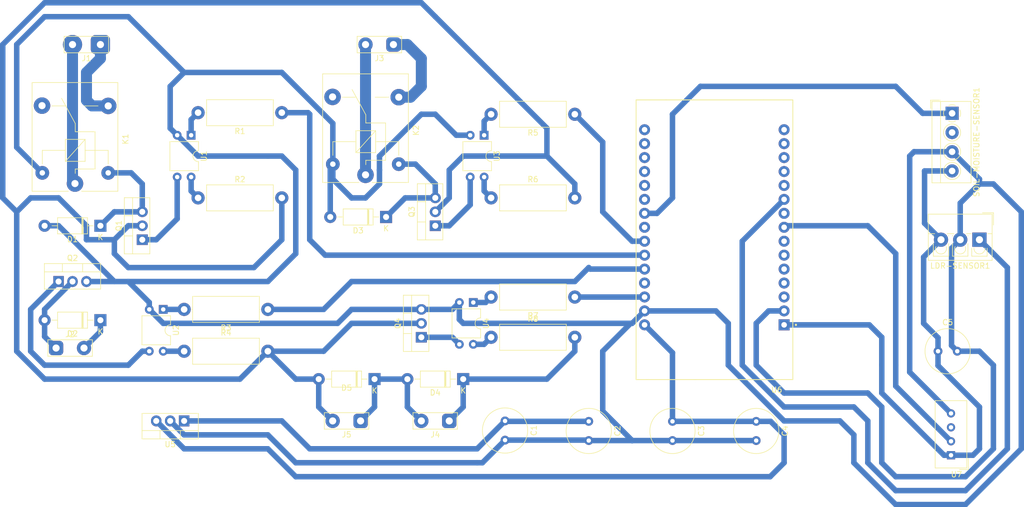
<source format=kicad_pcb>
(kicad_pcb (version 20211014) (generator pcbnew)
  (layers (0 "F.Cu" signal) (31 "B.Cu" signal) (34 "B.Paste" user) (35 "F.Paste" user) (36 "B.SilkS" user "B.Silkscreen") (37 "F.SilkS" user "F.Silkscreen") (38 "B.Mask" user) (39 "F.Mask" user) (44 "Edge.Cuts" user))
  (net 0 "")
  (net 1 "+12C")
  (net 2 "GND")
  (net 3 "Net-(C3-Pad1)")
  (net 4 "Net-(LDR-SENSOR1-Pad3)")
  (net 5 "Net-(D1-Pad1)")
  (net 6 "+5V")
  (net 7 "Net-(D2-Pad2)")
  (net 8 "Net-(D3-Pad1)")
  (net 9 "+12V")
  (net 10 "Net-(J1-Pad1)")
  (net 11 "Net-(J1-Pad2)")
  (net 12 "Net-(J3-Pad1)")
  (net 13 "Net-(J3-Pad2)")
  (net 16 "Net-(LDR-SENSOR1-Pad1)")
  (net 17 "Net-(Q1-Pad1)")
  (net 18 "Net-(Q2-Pad1)")
  (net 19 "Net-(Q3-Pad1)")
  (net 20 "Net-(Q4-Pad1)")
  (net 21 "Net-(R1-Pad1)")
  (net 22 "Net-(R1-Pad2)")
  (net 23 "Net-(R2-Pad1)")
  (net 24 "Net-(R3-Pad1)")
  (net 25 "Net-(R3-Pad2)")
  (net 26 "Net-(R4-Pad1)")
  (net 27 "Net-(R5-Pad1)")
  (net 28 "Net-(R5-Pad2)")
  (net 29 "Net-(R6-Pad1)")
  (net 30 "Net-(R7-Pad1)")
  (net 31 "Net-(R7-Pad2)")
  (net 32 "Net-(R8-Pad1)")
  (net 33 "Net-(SOIL-MOISTURE-SENSOR1-Pad1)")
  (net 40 "Net-(U6-Pad8)")
  (footprint "Diode_THT:D_DO-41_SOD81_P10.16mm_Horizontal" (layer "F.Cu") (at 106.68 129.54 180)
    (fp_text reference "D4" (at 5.08 -2.47) (layer "F.SilkS"))
    (fp_text value "1N4007")
    (fp_text user "K" (at 0 -2.1) (layer "F.SilkS"))
    (pad "1" thru_hole rect (at 0 0 180) (size 2.2 2.2) (drill 1.1) (layers *.Cu *.Mask) (net 9 "+12V"))
    (pad "2" thru_hole oval (at 10.16 0 180) (size 2.2 2.2) (drill 1.1) (layers *.Cu *.Mask) (net 9 "+12V"))
  )
  (footprint "Resistor_THT:R_Axial_DIN0414_L11.9mm_D4.5mm_P15.24mm_Horizontal" (layer "F.Cu") (at 58.42 96.52)
    (fp_text reference "R2" (at 7.62 -3.37) (layer "F.SilkS"))
    (fp_text value "R")
    (pad "1" thru_hole circle (at 0 0) (size 2.4 2.4) (drill 1.2) (layers *.Cu *.Mask) (net 23 "Net-(R2-Pad1)"))
    (pad "2" thru_hole oval (at 15.24 0) (size 2.4 2.4) (drill 1.2) (layers *.Cu *.Mask) (net 9 "+12V"))
  )
  (footprint "Resistor_THT:R_Axial_DIN0414_L11.9mm_D4.5mm_P15.24mm_Horizontal" (layer "F.Cu") (at 111.76 96.52)
    (fp_text reference "R6" (at 7.62 -3.37) (layer "F.SilkS"))
    (fp_text value "R")
    (pad "1" thru_hole circle (at 0 0) (size 2.4 2.4) (drill 1.2) (layers *.Cu *.Mask) (net 29 "Net-(R6-Pad1)"))
    (pad "2" thru_hole oval (at 15.24 0) (size 2.4 2.4) (drill 1.2) (layers *.Cu *.Mask) (net 9 "+12V"))
  )
  (footprint "Relay_THT:Relay_SPDT_SANYOU_SRD_Series_Form_C" (layer "F.Cu") (at 88.9 92.32 90)
    (fp_text reference "K2" (at 8.1 9.2 90) (layer "F.SilkS"))
    (fp_text value "SANYOU_SRD_Form_C")
    (pad "1" thru_hole circle (at 0 0 180) (size 3 3) (drill 1.3) (layers *.Cu *.Mask) (net 13 "Net-(J3-Pad2)"))
    (pad "2" thru_hole circle (at 1.95 6.05 180) (size 2.5 2.5) (drill 1) (layers *.Cu *.Mask) (net 8 "Net-(D3-Pad1)"))
    (pad "3" thru_hole circle (at 14.15 6.05 180) (size 3 3) (drill 1.3) (layers *.Cu *.Mask) (net 12 "Net-(J3-Pad1)"))
    (pad "4" thru_hole circle (at 14.2 -6 180) (size 3 3) (drill 1.3) (layers *.Cu *.Mask))
    (pad "5" thru_hole circle (at 1.95 -5.95 180) (size 2.5 2.5) (drill 1) (layers *.Cu *.Mask) (net 2 "GND"))
  )
  (footprint "TerminalBlock_4Ucon:TerminalBlock_4Ucon_1x04_P3.50mm_Horizontal" (layer "F.Cu") (at 195.68 81.11 -90)
    (fp_text reference "SOIL-MOISTURE-SENSOR1" (at 5.25 -4.46 90) (layer "F.SilkS"))
    (fp_text value "Conn_01x04_Female")
    (pad "1" thru_hole rect (at 0 0 270) (size 2.4 2.4) (drill 1.2) (layers *.Cu *.Mask) (net 33 "Net-(SOIL-MOISTURE-SENSOR1-Pad1)"))
    (pad "2" thru_hole circle (at 3.5 0 270) (size 2.4 2.4) (drill 1.2) (layers *.Cu *.Mask))
    (pad "3" thru_hole circle (at 7 0 270) (size 2.4 2.4) (drill 1.2) (layers *.Cu *.Mask) (net 2 "GND"))
    (pad "4" thru_hole circle (at 10.5 0 270) (size 2.4 2.4) (drill 1.2) (layers *.Cu *.Mask) (net 4 "Net-(LDR-SENSOR1-Pad3)"))
  )
  (footprint "Package_TO_SOT_THT:TO-220-3_Vertical" (layer "F.Cu") (at 33.02 111.76)
    (fp_text reference "Q2" (at 2.54 -4.27) (layer "F.SilkS"))
    (fp_text value "TIP122")
    (pad "1" thru_hole rect (at 0 0) (size 1.905 2) (drill 1.1) (layers *.Cu *.Mask) (net 18 "Net-(Q2-Pad1)"))
    (pad "2" thru_hole oval (at 2.54 0) (size 1.905 2) (drill 1.1) (layers *.Cu *.Mask) (net 7 "Net-(D2-Pad2)"))
    (pad "3" thru_hole oval (at 5.08 0) (size 1.905 2) (drill 1.1) (layers *.Cu *.Mask) (net 2 "GND"))
  )
  (footprint "Package_TO_SOT_THT:TO-220-3_Vertical" (layer "F.Cu") (at 48.26 104.14 90)
    (fp_text reference "Q1" (at 2.54 -4.27 90) (layer "F.SilkS"))
    (fp_text value "TIP122")
    (pad "1" thru_hole rect (at 0 0 90) (size 1.905 2) (drill 1.1) (layers *.Cu *.Mask) (net 17 "Net-(Q1-Pad1)"))
    (pad "2" thru_hole oval (at 2.54 0 90) (size 1.905 2) (drill 1.1) (layers *.Cu *.Mask) (net 9 "+12V"))
    (pad "3" thru_hole oval (at 5.08 0 90) (size 1.905 2) (drill 1.1) (layers *.Cu *.Mask) (net 5 "Net-(D1-Pad1)"))
  )
  (footprint "Resistor_THT:R_Axial_DIN0414_L11.9mm_D4.5mm_P15.24mm_Horizontal" (layer "F.Cu") (at 55.88 124.46)
    (fp_text reference "R4" (at 7.62 -3.37) (layer "F.SilkS"))
    (fp_text value "R")
    (pad "1" thru_hole circle (at 0 0) (size 2.4 2.4) (drill 1.2) (layers *.Cu *.Mask) (net 26 "Net-(R4-Pad1)"))
    (pad "2" thru_hole oval (at 15.24 0) (size 2.4 2.4) (drill 1.2) (layers *.Cu *.Mask) (net 9 "+12V"))
  )
  (footprint "Capacitor_THT:C_Radial_D8.0mm_H11.5mm_P3.50mm" (layer "F.Cu") (at 160.02 137.24 -90)
    (fp_text reference "C4" (at 1.75 -5.25 -90) (layer "F.SilkS"))
    (fp_text value "CP")
    (pad "1" thru_hole circle (at 0 0 270) (size 1.6 1.6) (drill 0.8) (layers *.Cu *.Mask) (net 3 "Net-(C3-Pad1)"))
    (pad "2" thru_hole circle (at 3.5 0 270) (size 1.6 1.6) (drill 0.8) (layers *.Cu *.Mask) (net 2 "GND"))
  )
  (footprint "TestPoint:TestPoint_2Pads_Pitch5.08mm_Drill1.3mm" (layer "F.Cu") (at 104.14 137.16 180)
    (fp_text reference "J4" (at 2.54 -2.5) (layer "F.SilkS"))
    (fp_text value "MOTOR-1")
    (pad "1" thru_hole roundrect (at 0 0 180) (size 2.6 2.6) (drill 1.3) (layers *.Cu *.Mask) (net 9 "+12V"))
    (pad "2" thru_hole circle (at 5.08 0 180) (size 2.6 2.6) (drill 1.3) (layers *.Cu *.Mask) (net 9 "+12V"))
  )
  (footprint "Diode_THT:D_DO-41_SOD81_P10.16mm_Horizontal" (layer "F.Cu") (at 40.64 101.6 180)
    (fp_text reference "D1" (at 5.08 -2.47) (layer "F.SilkS"))
    (fp_text value "1N4007")
    (fp_text user "K" (at 0 -2.1) (layer "F.SilkS"))
    (pad "1" thru_hole rect (at 0 0 180) (size 2.2 2.2) (drill 1.1) (layers *.Cu *.Mask) (net 5 "Net-(D1-Pad1)"))
    (pad "2" thru_hole oval (at 10.16 0 180) (size 2.2 2.2) (drill 1.1) (layers *.Cu *.Mask) (net 2 "GND"))
  )
  (footprint "Resistor_THT:R_Axial_DIN0414_L11.9mm_D4.5mm_P15.24mm_Horizontal" (layer "F.Cu") (at 127 81.28 180)
    (fp_text reference "R5" (at 7.62 -3.37) (layer "F.SilkS"))
    (fp_text value "R")
    (pad "1" thru_hole circle (at 0 0 180) (size 2.4 2.4) (drill 1.2) (layers *.Cu *.Mask) (net 27 "Net-(R5-Pad1)"))
    (pad "2" thru_hole oval (at 15.24 0 180) (size 2.4 2.4) (drill 1.2) (layers *.Cu *.Mask) (net 28 "Net-(R5-Pad2)"))
  )
  (footprint "ESP32-DEVKIT-V1:MODULE_ESP32_DEVKIT_V1" (layer "F.Cu") (at 152.4 104.14 180)
    (fp_text reference "U6" (at -11.355 -27.36) (layer "F.SilkS"))
    (fp_text value "ESP32-DEVKIT-V1")
    (pad "" np_thru_hole circle locked (at -12.28 -23.475 180) (size 3 3) (drill 3) (layers *.Cu *.Mask))
    (pad "" np_thru_hole circle locked (at 12.23 -23.475 180) (size 3 3) (drill 3) (layers *.Cu *.Mask))
    (pad "" np_thru_hole circle locked (at 12.23 23.475 180) (size 3 3) (drill 3) (layers *.Cu *.Mask))
    (pad "" np_thru_hole circle locked (at -12.28 23.475 180) (size 3 3) (drill 3) (layers *.Cu *.Mask))
    (pad "1" thru_hole rect locked (at -12.7 -15.515 180) (size 2 2) (drill 1.02) (layers *.Cu *.Mask) (net 4 "Net-(LDR-SENSOR1-Pad3)"))
    (pad "2" thru_hole circle locked (at -12.7 -12.975 180) (size 2 2) (drill 1.02) (layers *.Cu *.Mask) (net 2 "GND"))
    (pad "3" thru_hole circle locked (at -12.7 -10.435 180) (size 2 2) (drill 1.02) (layers *.Cu *.Mask))
    (pad "4" thru_hole circle locked (at -12.7 -7.895 180) (size 2 2) (drill 1.02) (layers *.Cu *.Mask))
    (pad "5" thru_hole circle locked (at -12.7 -5.355 180) (size 2 2) (drill 1.02) (layers *.Cu *.Mask))
    (pad "6" thru_hole circle locked (at -12.7 -2.815 180) (size 2 2) (drill 1.02) (layers *.Cu *.Mask))
    (pad "7" thru_hole circle locked (at -12.7 -0.275 180) (size 2 2) (drill 1.02) (layers *.Cu *.Mask))
    (pad "8" thru_hole circle locked (at -12.7 2.265 180) (size 2 2) (drill 1.02) (layers *.Cu *.Mask) (net 40 "Net-(U6-Pad8)"))
    (pad "9" thru_hole circle locked (at -12.7 4.805 180) (size 2 2) (drill 1.02) (layers *.Cu *.Mask))
    (pad "10" thru_hole circle locked (at -12.7 7.345 180) (size 2 2) (drill 1.02) (layers *.Cu *.Mask) (net 16 "Net-(LDR-SENSOR1-Pad1)"))
    (pad "11" thru_hole circle locked (at -12.7 9.885 180) (size 2 2) (drill 1.02) (layers *.Cu *.Mask))
    (pad "12" thru_hole circle locked (at -12.7 12.425 180) (size 2 2) (drill 1.02) (layers *.Cu *.Mask))
    (pad "13" thru_hole circle locked (at -12.7 14.965 180) (size 2 2) (drill 1.02) (layers *.Cu *.Mask))
    (pad "14" thru_hole circle locked (at -12.7 17.505 180) (size 2 2) (drill 1.02) (layers *.Cu *.Mask))
    (pad "15" thru_hole circle locked (at -12.7 20.045 180) (size 2 2) (drill 1.02) (layers *.Cu *.Mask))
    (pad "16" thru_hole circle locked (at 12.7 20.045 180) (size 2 2) (drill 1.02) (layers *.Cu *.Mask))
    (pad "17" thru_hole circle locked (at 12.7 17.505 180) (size 2 2) (drill 1.02) (layers *.Cu *.Mask))
    (pad "18" thru_hole circle locked (at 12.7 14.965 180) (size 2 2) (drill 1.02) (layers *.Cu *.Mask))
    (pad "19" thru_hole circle locked (at 12.7 12.425 180) (size 2 2) (drill 1.02) (layers *.Cu *.Mask))
    (pad "20" thru_hole circle locked (at 12.7 9.885 180) (size 2 2) (drill 1.02) (layers *.Cu *.Mask))
    (pad "21" thru_hole circle locked (at 12.7 7.345 180) (size 2 2) (drill 1.02) (layers *.Cu *.Mask))
    (pad "22" thru_hole circle locked (at 12.7 4.805 180) (size 2 2) (drill 1.02) (layers *.Cu *.Mask) (net 33 "Net-(SOIL-MOISTURE-SENSOR1-Pad1)"))
    (pad "23" thru_hole circle locked (at 12.7 2.265 180) (size 2 2) (drill 1.02) (layers *.Cu *.Mask))
    (pad "24" thru_hole circle locked (at 12.7 -0.275 180) (size 2 2) (drill 1.02) (layers *.Cu *.Mask) (net 27 "Net-(R5-Pad1)"))
    (pad "25" thru_hole circle locked (at 12.7 -2.815 180) (size 2 2) (drill 1.02) (layers *.Cu *.Mask) (net 21 "Net-(R1-Pad1)"))
    (pad "26" thru_hole circle locked (at 12.7 -5.355 180) (size 2 2) (drill 1.02) (layers *.Cu *.Mask) (net 24 "Net-(R3-Pad1)"))
    (pad "27" thru_hole circle locked (at 12.7 -7.895 180) (size 2 2) (drill 1.02) (layers *.Cu *.Mask))
    (pad "28" thru_hole circle locked (at 12.7 -10.435 180) (size 2 2) (drill 1.02) (layers *.Cu *.Mask) (net 30 "Net-(R7-Pad1)"))
    (pad "29" thru_hole circle locked (at 12.7 -12.975 180) (size 2 2) (drill 1.02) (layers *.Cu *.Mask) (net 2 "GND"))
    (pad "30" thru_hole circle locked (at 12.7 -15.515 180) (size 2 2) (drill 1.02) (layers *.Cu *.Mask) (net 3 "Net-(C3-Pad1)"))
  )
  (footprint "Sensor:Aosong_DHT11_5.5x12.0_P2.54mm" (layer "F.Cu") (at 195.4825 143.4125 180)
    (fp_text reference "U7" (at -1 -3.5) (layer "F.SilkS"))
    (fp_text value "DHT11")
    (pad "1" thru_hole rect (at 0 0 180) (size 1.5 1.5) (drill 0.8) (layers *.Cu *.Mask) (net 4 "Net-(LDR-SENSOR1-Pad3)"))
    (pad "2" thru_hole circle (at 0 2.54 180) (size 1.5 1.5) (drill 0.8) (layers *.Cu *.Mask) (net 40 "Net-(U6-Pad8)"))
    (pad "3" thru_hole circle (at 0 5.08 180) (size 1.5 1.5) (drill 0.8) (layers *.Cu *.Mask))
    (pad "4" thru_hole circle (at 0 7.62 180) (size 1.5 1.5) (drill 0.8) (layers *.Cu *.Mask) (net 2 "GND"))
  )
  (footprint "Package_TO_SOT_THT:TO-220-3_Vertical" (layer "F.Cu") (at 101.6 101.6 90)
    (fp_text reference "Q3" (at 2.54 -4.27 90) (layer "F.SilkS"))
    (fp_text value "TIP122")
    (pad "1" thru_hole rect (at 0 0 90) (size 1.905 2) (drill 1.1) (layers *.Cu *.Mask) (net 19 "Net-(Q3-Pad1)"))
    (pad "2" thru_hole oval (at 2.54 0 90) (size 1.905 2) (drill 1.1) (layers *.Cu *.Mask) (net 9 "+12V"))
    (pad "3" thru_hole oval (at 5.08 0 90) (size 1.905 2) (drill 1.1) (layers *.Cu *.Mask) (net 8 "Net-(D3-Pad1)"))
  )
  (footprint "Package_TO_SOT_THT:TO-220-3_Vertical" (layer "F.Cu") (at 99.06 121.92 90)
    (fp_text reference "Q4" (at 2.54 -4.27 90) (layer "F.SilkS"))
    (fp_text value "TIP122")
    (pad "1" thru_hole rect (at 0 0 90) (size 1.905 2) (drill 1.1) (layers *.Cu *.Mask) (net 20 "Net-(Q4-Pad1)"))
    (pad "2" thru_hole oval (at 2.54 0 90) (size 1.905 2) (drill 1.1) (layers *.Cu *.Mask) (net 9 "+12V"))
    (pad "3" thru_hole oval (at 5.08 0 90) (size 1.905 2) (drill 1.1) (layers *.Cu *.Mask) (net 2 "GND"))
  )
  (footprint "Package_DIP:DIP-4_W7.62mm" (layer "F.Cu") (at 108.52 115.58 -90)
    (fp_text reference "U4" (at 3.81 -2.33 90) (layer "F.SilkS"))
    (fp_text value "PC817")
    (pad "1" thru_hole rect (at 0 0 270) (size 1.6 1.6) (drill 0.8) (layers *.Cu *.Mask) (net 31 "Net-(R7-Pad2)"))
    (pad "2" thru_hole oval (at 0 2.54 270) (size 1.6 1.6) (drill 0.8) (layers *.Cu *.Mask) (net 2 "GND"))
    (pad "3" thru_hole oval (at 7.62 2.54 270) (size 1.6 1.6) (drill 0.8) (layers *.Cu *.Mask) (net 20 "Net-(Q4-Pad1)"))
    (pad "4" thru_hole oval (at 7.62 0 270) (size 1.6 1.6) (drill 0.8) (layers *.Cu *.Mask) (net 32 "Net-(R8-Pad1)"))
  )
  (footprint "Package_DIP:DIP-4_W7.62mm" (layer "F.Cu") (at 57.155 85.1 -90)
    (fp_text reference "U1" (at 3.81 -2.33 90) (layer "F.SilkS"))
    (fp_text value "PC817")
    (pad "1" thru_hole rect (at 0 0 270) (size 1.6 1.6) (drill 0.8) (layers *.Cu *.Mask) (net 22 "Net-(R1-Pad2)"))
    (pad "2" thru_hole oval (at 0 2.54 270) (size 1.6 1.6) (drill 0.8) (layers *.Cu *.Mask) (net 2 "GND"))
    (pad "3" thru_hole oval (at 7.62 2.54 270) (size 1.6 1.6) (drill 0.8) (layers *.Cu *.Mask) (net 17 "Net-(Q1-Pad1)"))
    (pad "4" thru_hole oval (at 7.62 0 270) (size 1.6 1.6) (drill 0.8) (layers *.Cu *.Mask) (net 23 "Net-(R2-Pad1)"))
  )
  (footprint "Package_DIP:DIP-4_W7.62mm" (layer "F.Cu") (at 52.075 116.84 -90)
    (fp_text reference "U2" (at 3.81 -2.33 90) (layer "F.SilkS"))
    (fp_text value "PC817")
    (pad "1" thru_hole rect (at 0 0 270) (size 1.6 1.6) (drill 0.8) (layers *.Cu *.Mask) (net 25 "Net-(R3-Pad2)"))
    (pad "2" thru_hole oval (at 0 2.54 270) (size 1.6 1.6) (drill 0.8) (layers *.Cu *.Mask) (net 2 "GND"))
    (pad "3" thru_hole oval (at 7.62 2.54 270) (size 1.6 1.6) (drill 0.8) (layers *.Cu *.Mask) (net 18 "Net-(Q2-Pad1)"))
    (pad "4" thru_hole oval (at 7.62 0 270) (size 1.6 1.6) (drill 0.8) (layers *.Cu *.Mask) (net 26 "Net-(R4-Pad1)"))
  )
  (footprint "Capacitor_THT:C_Radial_D8.0mm_H11.5mm_P3.50mm" (layer "F.Cu") (at 114.3 137.16 -90)
    (fp_text reference "C1" (at 1.75 -5.25 -90) (layer "F.SilkS"))
    (fp_text value "CP")
    (pad "1" thru_hole circle (at 0 0 270) (size 1.6 1.6) (drill 0.8) (layers *.Cu *.Mask) (net 1 "+12C"))
    (pad "2" thru_hole circle (at 3.5 0 270) (size 1.6 1.6) (drill 0.8) (layers *.Cu *.Mask) (net 2 "GND"))
  )
  (footprint "Resistor_THT:R_Axial_DIN0414_L11.9mm_D4.5mm_P15.24mm_Horizontal" (layer "F.Cu") (at 73.66 80.99 180)
    (fp_text reference "R1" (at 7.62 -3.37) (layer "F.SilkS"))
    (fp_text value "R")
    (pad "1" thru_hole circle (at 0 0 180) (size 2.4 2.4) (drill 1.2) (layers *.Cu *.Mask) (net 21 "Net-(R1-Pad1)"))
    (pad "2" thru_hole oval (at 15.24 0 180) (size 2.4 2.4) (drill 1.2) (layers *.Cu *.Mask) (net 22 "Net-(R1-Pad2)"))
  )
  (footprint "TestPoint:TestPoint_2Pads_Pitch5.08mm_Drill1.3mm" (layer "F.Cu") (at 32.57 123.88)
    (fp_text reference "J2" (at 2.54 -2.5) (layer "F.SilkS"))
    (fp_text value "WATER-PUMP")
    (pad "1" thru_hole roundrect (at 0 0) (size 2.6 2.6) (drill 1.3) (layers *.Cu *.Mask) (net 7 "Net-(D2-Pad2)"))
    (pad "2" thru_hole circle (at 5.08 0) (size 2.6 2.6) (drill 1.3) (layers *.Cu *.Mask) (net 6 "+5V"))
  )
  (footprint "TestPoint:TestPoint_2Pads_Pitch5.08mm_Drill1.3mm" (layer "F.Cu") (at 40.64 68.58 180)
    (fp_text reference "J1" (at 2.54 -2.5) (layer "F.SilkS"))
    (fp_text value "Conn_01x02_Female")
    (pad "1" thru_hole roundrect (at 0 0 180) (size 3.5 3.5) (drill 1.3) (layers *.Cu *.Mask) (net 10 "Net-(J1-Pad1)"))
    (pad "2" thru_hole circle (at 5.08 0 180) (size 3.5 3.5) (drill 1.3) (layers *.Cu *.Mask) (net 11 "Net-(J1-Pad2)"))
  )
  (footprint "Diode_THT:D_DO-41_SOD81_P10.16mm_Horizontal" (layer "F.Cu") (at 40.64 118.8 180)
    (fp_text reference "D2" (at 5.08 -2.47) (layer "F.SilkS"))
    (fp_text value "1N4007")
    (fp_text user "K" (at 0 -2.1) (layer "F.SilkS"))
    (pad "1" thru_hole rect (at 0 0 180) (size 2.2 2.2) (drill 1.1) (layers *.Cu *.Mask) (net 6 "+5V"))
    (pad "2" thru_hole oval (at 10.16 0 180) (size 2.2 2.2) (drill 1.1) (layers *.Cu *.Mask) (net 7 "Net-(D2-Pad2)"))
  )
  (footprint "Package_DIP:DIP-4_W7.62mm" (layer "F.Cu") (at 110.495 85.1 -90)
    (fp_text reference "U3" (at 3.81 -2.33 90) (layer "F.SilkS"))
    (fp_text value "PC817")
    (pad "1" thru_hole rect (at 0 0 270) (size 1.6 1.6) (drill 0.8) (layers *.Cu *.Mask) (net 28 "Net-(R5-Pad2)"))
    (pad "2" thru_hole oval (at 0 2.54 270) (size 1.6 1.6) (drill 0.8) (layers *.Cu *.Mask) (net 2 "GND"))
    (pad "3" thru_hole oval (at 7.62 2.54 270) (size 1.6 1.6) (drill 0.8) (layers *.Cu *.Mask) (net 19 "Net-(Q3-Pad1)"))
    (pad "4" thru_hole oval (at 7.62 0 270) (size 1.6 1.6) (drill 0.8) (layers *.Cu *.Mask) (net 29 "Net-(R6-Pad1)"))
  )
  (footprint "Resistor_THT:R_Axial_DIN0414_L11.9mm_D4.5mm_P15.24mm_Horizontal" (layer "F.Cu") (at 127 114.59 180)
    (fp_text reference "R7" (at 7.62 -3.37) (layer "F.SilkS"))
    (fp_text value "R")
    (pad "1" thru_hole circle (at 0 0 180) (size 2.4 2.4) (drill 1.2) (layers *.Cu *.Mask) (net 30 "Net-(R7-Pad1)"))
    (pad "2" thru_hole oval (at 15.24 0 180) (size 2.4 2.4) (drill 1.2) (layers *.Cu *.Mask) (net 31 "Net-(R7-Pad2)"))
  )
  (footprint "Capacitor_THT:C_Radial_D8.0mm_H11.5mm_P3.50mm" (layer "F.Cu") (at 193.12 124.46)
    (fp_text reference "C5" (at 1.75 -5.25) (layer "F.SilkS"))
    (fp_text value "C")
    (pad "1" thru_hole circle (at 0 0) (size 1.6 1.6) (drill 0.8) (layers *.Cu *.Mask) (net 4 "Net-(LDR-SENSOR1-Pad3)"))
    (pad "2" thru_hole circle (at 3.5 0) (size 1.6 1.6) (drill 0.8) (layers *.Cu *.Mask) (net 2 "GND"))
  )
  (footprint "Capacitor_THT:C_Radial_D8.0mm_H11.5mm_P3.50mm" (layer "F.Cu") (at 129.54 137.24 -90)
    (fp_text reference "C2" (at 1.75 -5.25 -90) (layer "F.SilkS"))
    (fp_text value "C")
    (pad "1" thru_hole circle (at 0 0 270) (size 1.6 1.6) (drill 0.8) (layers *.Cu *.Mask) (net 1 "+12C"))
    (pad "2" thru_hole circle (at 3.5 0 270) (size 1.6 1.6) (drill 0.8) (layers *.Cu *.Mask) (net 2 "GND"))
  )
  (footprint "Relay_THT:Relay_SPDT_SANYOU_SRD_Series_Form_C" (layer "F.Cu") (at 36.01 93.91 90)
    (fp_text reference "K1" (at 8.1 9.2 90) (layer "F.SilkS"))
    (fp_text value "SANYOU_SRD_Form_C")
    (pad "1" thru_hole circle (at 0 0 180) (size 3 3) (drill 1.3) (layers *.Cu *.Mask) (net 11 "Net-(J1-Pad2)"))
    (pad "2" thru_hole circle (at 1.95 6.05 180) (size 2.5 2.5) (drill 1) (layers *.Cu *.Mask) (net 5 "Net-(D1-Pad1)"))
    (pad "3" thru_hole circle (at 14.15 6.05 180) (size 3 3) (drill 1.3) (layers *.Cu *.Mask) (net 10 "Net-(J1-Pad1)"))
    (pad "4" thru_hole circle (at 14.2 -6 180) (size 3 3) (drill 1.3) (layers *.Cu *.Mask))
    (pad "5" thru_hole circle (at 1.95 -5.95 180) (size 2.5 2.5) (drill 1) (layers *.Cu *.Mask) (net 2 "GND"))
  )
  (footprint "TestPoint:TestPoint_2Pads_Pitch5.08mm_Drill1.3mm" (layer "F.Cu") (at 93.98 68.58 180)
    (fp_text reference "J3" (at 2.54 -2.5) (layer "F.SilkS"))
    (fp_text value "Conn_01x02_Female")
    (pad "1" thru_hole roundrect (at 0 0 180) (size 2.6 2.6) (drill 1.3) (layers *.Cu *.Mask) (net 12 "Net-(J3-Pad1)"))
    (pad "2" thru_hole circle (at 5.08 0 180) (size 2.6 2.6) (drill 1.3) (layers *.Cu *.Mask) (net 13 "Net-(J3-Pad2)"))
  )
  (footprint "Capacitor_THT:C_Radial_D8.0mm_H11.5mm_P3.50mm" (layer "F.Cu") (at 144.78 137.24 -90)
    (fp_text reference "C3" (at 1.75 -5.25 -90) (layer "F.SilkS"))
    (fp_text value "C")
    (pad "1" thru_hole circle (at 0 0 270) (size 1.6 1.6) (drill 0.8) (layers *.Cu *.Mask) (net 3 "Net-(C3-Pad1)"))
    (pad "2" thru_hole circle (at 3.5 0 270) (size 1.6 1.6) (drill 0.8) (layers *.Cu *.Mask) (net 2 "GND"))
  )
  (footprint "TestPoint:TestPoint_2Pads_Pitch5.08mm_Drill1.3mm" (layer "F.Cu") (at 88 137.16 180)
    (fp_text reference "J5" (at 2.54 -2.5) (layer "F.SilkS"))
    (fp_text value "MOTOR-2")
    (pad "1" thru_hole roundrect (at 0 0 180) (size 2.6 2.6) (drill 1.3) (layers *.Cu *.Mask) (net 9 "+12V"))
    (pad "2" thru_hole circle (at 5.08 0 180) (size 2.6 2.6) (drill 1.3) (layers *.Cu *.Mask) (net 9 "+12V"))
  )
  (footprint "Package_TO_SOT_THT:TO-220-3_Vertical" (layer "F.Cu") (at 55.88 137.16 180)
    (fp_text reference "U5" (at 2.54 -4.27) (layer "F.SilkS"))
    (fp_text value "LM7805_TO220")
    (pad "1" thru_hole rect (at 0 0 180) (size 1.905 2) (drill 1.1) (layers *.Cu *.Mask) (net 1 "+12C"))
    (pad "2" thru_hole oval (at 2.54 0 180) (size 1.905 2) (drill 1.1) (layers *.Cu *.Mask) (net 2 "GND"))
    (pad "3" thru_hole oval (at 5.08 0 180) (size 1.905 2) (drill 1.1) (layers *.Cu *.Mask) (net 3 "Net-(C3-Pad1)"))
  )
  (footprint "Diode_THT:D_DO-41_SOD81_P10.16mm_Horizontal" (layer "F.Cu") (at 92.64 100 180)
    (fp_text reference "D3" (at 5.08 -2.47) (layer "F.SilkS"))
    (fp_text value "1N4007")
    (fp_text user "K" (at 0 -2.1) (layer "F.SilkS"))
    (pad "1" thru_hole rect (at 0 0 180) (size 2.2 2.2) (drill 1.1) (layers *.Cu *.Mask) (net 8 "Net-(D3-Pad1)"))
    (pad "2" thru_hole oval (at 10.16 0 180) (size 2.2 2.2) (drill 1.1) (layers *.Cu *.Mask) (net 2 "GND"))
  )
  (footprint "Resistor_THT:R_Axial_DIN0414_L11.9mm_D4.5mm_P15.24mm_Horizontal" (layer "F.Cu") (at 111.76 121.92)
    (fp_text reference "R8" (at 7.62 -3.37) (layer "F.SilkS"))
    (fp_text value "R")
    (pad "1" thru_hole circle (at 0 0) (size 2.4 2.4) (drill 1.2) (layers *.Cu *.Mask) (net 32 "Net-(R8-Pad1)"))
    (pad "2" thru_hole oval (at 15.24 0) (size 2.4 2.4) (drill 1.2) (layers *.Cu *.Mask) (net 9 "+12V"))
  )
  (footprint "Resistor_THT:R_Axial_DIN0414_L11.9mm_D4.5mm_P15.24mm_Horizontal" (layer "F.Cu") (at 71.12 116.84 180)
    (fp_text reference "R3" (at 7.62 -3.37) (layer "F.SilkS"))
    (fp_text value "R")
    (pad "1" thru_hole circle (at 0 0 180) (size 2.4 2.4) (drill 1.2) (layers *.Cu *.Mask) (net 24 "Net-(R3-Pad1)"))
    (pad "2" thru_hole oval (at 15.24 0 180) (size 2.4 2.4) (drill 1.2) (layers *.Cu *.Mask) (net 25 "Net-(R3-Pad2)"))
  )
  (footprint "TerminalBlock_4Ucon:TerminalBlock_4Ucon_1x03_P3.50mm_Vertical" (layer "F.Cu") (at 200.66 104.14 180)
    (fp_text reference "LDR-SENSOR1" (at 3.5 -4.76) (layer "F.SilkS"))
    (fp_text value "Conn_01x03_Female")
    (pad "1" thru_hole rect (at 0 0 180) (size 2.6 2.6) (drill 1.3) (layers *.Cu *.Mask) (net 16 "Net-(LDR-SENSOR1-Pad1)"))
    (pad "2" thru_hole circle (at 3.5 0 180) (size 2.6 2.6) (drill 1.3) (layers *.Cu *.Mask) (net 2 "GND"))
    (pad "3" thru_hole circle (at 7 0 180) (size 2.6 2.6) (drill 1.3) (layers *.Cu *.Mask) (net 4 "Net-(LDR-SENSOR1-Pad3)"))
  )
  (footprint "Diode_THT:D_DO-41_SOD81_P10.16mm_Horizontal" (layer "F.Cu") (at 90.54 129.54 180)
    (fp_text reference "D5" (at 5.08 -1.6) (layer "F.SilkS"))
    (fp_text value "1N4007")
    (fp_text user "K" (at 0 -2.1) (layer "F.SilkS"))
    (pad "1" thru_hole rect (at 0 0 180) (size 2.2 2.2) (drill 1.1) (layers *.Cu *.Mask) (net 9 "+12V"))
    (pad "2" thru_hole oval (at 10.16 0 180) (size 2.2 2.2) (drill 1.1) (layers *.Cu *.Mask) (net 9 "+12V"))
  )
  (segment (start 78.74 142.24) (end 109.22 142.24) (width 1) (layer "B.Cu") (net 1))
  (segment (start 73.66 137.16) (end 78.74 142.24) (width 1) (layer "B.Cu") (net 1))
  (segment (start 55.88 137.16) (end 73.66 137.16) (width 1) (layer "B.Cu") (net 1))
  (segment (start 114.38 137.24) (end 114.3 137.16) (width 1) (layer "B.Cu") (net 1))
  (segment (start 129.54 137.24) (end 114.38 137.24) (width 1) (layer "B.Cu") (net 1))
  (segment (start 109.22 142.24) (end 114.3 137.16) (width 1) (layer "B.Cu") (net 1))
  (segment (start 185.42 147.32) (end 198.12 147.32) (width 1) (layer "B.Cu") (net 2))
  (segment (start 73.66 88.9) (end 71.12 88.9) (width 1) (layer "B.Cu") (net 2))
  (segment (start 88.9 96.52) (end 91.44 93.98) (width 1) (layer "B.Cu") (net 2))
  (segment (start 25.4 68.58) (end 30.48 63.5) (width 1) (layer "B.Cu") (net 2))
  (segment (start 71.12 139.7) (end 76.2 144.78) (width 1) (layer "B.Cu") (net 2))
  (segment (start 53.34 76.2) (end 53.34 83.82) (width 1) (layer "B.Cu") (net 2))
  (segment (start 137.438 140.74) (end 144.78 140.74) (width 1) (layer "B.Cu") (net 2))
  (segment (start 30.48 63.5) (end 45.72 63.5) (width 1) (layer "B.Cu") (net 2))
  (segment (start 30.48 92.38) (end 30.06 91.96) (width 1) (layer "B.Cu") (net 2))
  (segment (start 76.2 91.44) (end 73.66 88.9) (width 1) (layer "B.Cu") (net 2))
  (segment (start 132.08 124.46) (end 137.16 119.38) (width 1) (layer "B.Cu") (net 2))
  (segment (start 82.95 90.37) (end 82.95 93.11) (width 1) (layer "B.Cu") (net 2))
  (segment (start 203.2 93.98) (end 200.66 93.98) (width 1) (layer "B.Cu") (net 2))
  (segment (start 165.1 137.16) (end 175.26 137.16) (width 1) (layer "B.Cu") (net 2))
  (segment (start 82.95 90.37) (end 82.95 82.95) (width 1) (layer "B.Cu") (net 2))
  (segment (start 177.8 144.78) (end 185.42 152.4) (width 1) (layer "B.Cu") (net 2))
  (segment (start 187.96 88.9) (end 188.75 88.11) (width 1) (layer "B.Cu") (net 2))
  (segment (start 154.94 127) (end 165.1 137.16) (width 1) (layer "B.Cu") (net 2))
  (segment (start 49.535 116.84) (end 52.075 119.38) (width 1) (layer "B.Cu") (net 2))
  (segment (start 45.72 63.5) (end 55.88 73.66) (width 1) (layer "B.Cu") (net 2))
  (segment (start 105.98 115.58) (end 105.98 118.68) (width 1) (layer "B.Cu") (net 2))
  (segment (start 177.8 139.7) (end 177.8 144.78) (width 1) (layer "B.Cu") (net 2))
  (segment (start 86.36 116.84) (end 99.06 116.84) (width 1) (layer "B.Cu") (net 2))
  (segment (start 91.44 91.44) (end 91.44 88.9) (width 1) (layer "B.Cu") (net 2))
  (segment (start 144.78 140.74) (end 160.02 140.74) (width 1) (layer "B.Cu") (net 2))
  (segment (start 55.88 139.7) (end 71.12 139.7) (width 1) (layer "B.Cu") (net 2))
  (segment (start 107.955 85.1) (end 105.42 85.1) (width 1) (layer "B.Cu") (net 2))
  (segment (start 175.26 137.16) (end 177.8 139.7) (width 1) (layer "B.Cu") (net 2))
  (segment (start 208.28 99.06) (end 203.2 93.98) (width 1) (layer "B.Cu") (net 2))
  (segment (start 195.4825 135.7925) (end 187.96 128.27) (width 1) (layer "B.Cu") (net 2))
  (segment (start 182.88 134.62) (end 182.88 144.78) (width 1) (layer "B.Cu") (net 2))
  (segment (start 45.72 111.76) (end 71.12 111.76) (width 1) (layer "B.Cu") (net 2))
  (segment (start 188.75 88.11) (end 195.68 88.11) (width 1) (layer "B.Cu") (net 2))
  (segment (start 114.3 140.66) (end 129.46 140.66) (width 1) (layer "B.Cu") (net 2))
  (segment (start 162.285 117.115) (end 160.02 119.38) (width 1) (layer "B.Cu") (net 2))
  (segment (start 129.54 140.74) (end 137.438 140.74) (width 1) (layer "B.Cu") (net 2))
  (segment (start 198.12 147.32) (end 203.2 142.24) (width 1) (layer "B.Cu") (net 2))
  (segment (start 71.12 88.9) (end 58.42 88.9) (width 1) (layer "B.Cu") (net 2))
  (segment (start 52.075 119.38) (end 83.82 119.38) (width 1) (layer "B.Cu") (net 2))
  (segment (start 49.535 115.575) (end 45.72 111.76) (width 1) (layer "B.Cu") (net 2))
  (segment (start 53.34 83.825) (end 54.615 85.1) (width 1) (layer "B.Cu") (net 2))
  (segment (start 195.58 105.72) (end 197.16 104.14) (width 1) (layer "B.Cu") (net 2))
  (segment (start 160.02 127) (end 165.1 132.08) (width 1) (layer "B.Cu") (net 2))
  (segment (start 91.44 88.9) (end 99.06 81.28) (width 1) (layer "B.Cu") (net 2))
  (segment (start 106.68 119.38) (end 137.435 119.38) (width 1) (layer "B.Cu") (net 2))
  (segment (start 82.48 90.84) (end 82.95 90.37) (width 1) (layer "B.Cu") (net 2))
  (segment (start 99.06 116.84) (end 104.72 116.84) (width 1) (layer "B.Cu") (net 2))
  (segment (start 49.535 116.84) (end 49.535 115.575) (width 1) (layer "B.Cu") (net 2))
  (segment (start 195.58 123.42) (end 195.58 105.72) (width 1) (layer "B.Cu") (net 2))
  (segment (start 83.82 119.38) (end 86.36 116.84) (width 1) (layer "B.Cu") (net 2))
  (segment (start 105.98 118.68) (end 106.68 119.38) (width 1) (layer "B.Cu") (net 2))
  (segment (start 132.08 132.08) (end 132.08 124.46) (width 1) (layer "B.Cu") (net 2))
  (segment (start 196.62 124.46) (end 195.58 123.42) (width 1) (layer "B.Cu") (net 2))
  (segment (start 71.12 111.76) (end 76.2 106.68) (width 1) (layer "B.Cu") (net 2))
  (segment (start 109.22 144.78) (end 110.18 144.78) (width 1) (layer "B.Cu") (net 2))
  (segment (start 197.16 97.48) (end 200.66 93.98) (width 1) (layer "B.Cu") (net 2))
  (segment (start 76.2 106.68) (end 76.2 91.44) (width 1) (layer "B.Cu") (net 2))
  (segment (start 82.95 82.95) (end 73.66 73.66) (width 1) (layer "B.Cu") (net 2))
  (segment (start 30.48 101.6) (end 33.02 101.6) (width 1) (layer "B.Cu") (net 2))
  (segment (start 208.28 142.24) (end 208.28 99.06) (width 1) (layer "B.Cu") (net 2))
  (segment (start 58.415 88.9) (end 54.615 85.1) (width 1) (layer "B.Cu") (net 2))
  (segment (start 200.66 124.46) (end 196.62 124.46) (width 1) (layer "B.Cu") (net 2))
  (segment (start 110.18 144.78) (end 114.3 140.66) (width 1) (layer "B.Cu") (net 2))
  (segment (start 86.36 96.52) (end 88.9 96.52) (width 1) (layer "B.Cu") (net 2))
  (segment (start 160.02 119.38) (end 160.02 127) (width 1) (layer "B.Cu") (net 2))
  (segment (start 129.46 140.66) (end 129.54 140.74) (width 1) (layer "B.Cu") (net 2))
  (segment (start 33.02 101.6) (end 43.18 111.76) (width 1) (layer "B.Cu") (net 2))
  (segment (start 180.34 132.08) (end 182.88 134.62) (width 1) (layer "B.Cu") (net 2))
  (segment (start 53.34 137.16) (end 55.88 139.7) (width 1) (layer "B.Cu") (net 2))
  (segment (start 139.7 117.115) (end 152.675 117.115) (width 1) (layer "B.Cu") (net 2))
  (segment (start 137.435 119.38) (end 139.7 117.115) (width 1) (layer "B.Cu") (net 2))
  (segment (start 99.06 81.28) (end 101.6 81.28) (width 1) (layer "B.Cu") (net 2))
  (segment (start 43.18 111.76) (end 45.72 111.76) (width 1) (layer "B.Cu") (net 2))
  (segment (start 76.2 144.78) (end 109.22 144.78) (width 1) (layer "B.Cu") (net 2))
  (segment (start 73.66 73.66) (end 55.88 73.66) (width 1) (layer "B.Cu") (net 2))
  (segment (start 91.44 93.98) (end 91.44 91.44) (width 1) (layer "B.Cu") (net 2))
  (segment (start 187.96 128.27) (end 187.96 88.9) (width 1) (layer "B.Cu") (net 2))
  (segment (start 203.2 127) (end 200.66 124.46) (width 1) (layer "B.Cu") (net 2))
  (segment (start 132.08 132.08) (end 132.08 135.382) (width 1) (layer "B.Cu") (net 2))
  (segment (start 82.48 100) (end 82.48 90.84) (width 1) (layer "B.Cu") (net 2))
  (segment (start 82.95 93.11) (end 86.36 96.52) (width 1) (layer "B.Cu") (net 2))
  (segment (start 200.66 93.98) (end 200.66 93.09) (width 1) (layer "B.Cu") (net 2))
  (segment (start 185.42 152.4) (end 198.12 152.4) (width 1) (layer "B.Cu") (net 2))
  (segment (start 152.675 117.115) (end 154.94 119.38) (width 1) (layer "B.Cu") (net 2))
  (segment (start 154.94 119.38) (end 154.94 127) (width 1) (layer "B.Cu") (net 2))
  (segment (start 53.34 83.82) (end 53.34 83.825) (width 1) (layer "B.Cu") (net 2))
  (segment (start 38.1 111.76) (end 43.18 111.76) (width 1) (layer "B.Cu") (net 2))
  (segment (start 197.16 104.14) (end 197.16 97.48) (width 1) (layer "B.Cu") (net 2))
  (segment (start 104.72 116.84) (end 105.98 115.58) (width 1) (layer "B.Cu") (net 2))
  (segment (start 25.4 87.3) (end 25.4 68.58) (width 1) (layer "B.Cu") (net 2))
  (segment (start 182.88 144.78) (end 185.42 147.32) (width 1) (layer "B.Cu") (net 2))
  (segment (start 30.06 91.96) (end 25.4 87.3) (width 1) (layer "B.Cu") (net 2))
  (segment (start 203.2 142.24) (end 203.2 127) (width 1) (layer "B.Cu") (net 2))
  (segment (start 165.1 117.115) (end 162.285 117.115) (width 1) (layer "B.Cu") (net 2))
  (segment (start 132.08 135.382) (end 137.438 140.74) (width 1) (layer "B.Cu") (net 2))
  (segment (start 200.66 93.09) (end 195.68 88.11) (width 1) (layer "B.Cu") (net 2))
  (segment (start 198.12 152.4) (end 208.28 142.24) (width 1) (layer "B.Cu") (net 2))
  (segment (start 55.88 73.66) (end 53.34 76.2) (width 1) (layer "B.Cu") (net 2))
  (segment (start 105.42 85.1) (end 101.6 81.28) (width 1) (layer "B.Cu") (net 2))
  (segment (start 165.1 132.08) (end 180.34 132.08) (width 1) (layer "B.Cu") (net 2))
  (segment (start 162.64 137.24) (end 160.02 137.24) (width 1) (layer "B.Cu") (net 3))
  (segment (start 160.02 137.24) (end 144.78 137.24) (width 1) (layer "B.Cu") (net 3))
  (segment (start 165.1 139.7) (end 162.64 137.24) (width 1) (layer "B.Cu") (net 3))
  (segment (start 71.12 142.24) (end 76.2 147.32) (width 1) (layer "B.Cu") (net 3))
  (segment (start 162.56 147.32) (end 165.1 144.78) (width 1) (layer "B.Cu") (net 3))
  (segment (start 165.1 144.78) (end 165.1 139.7) (width 1) (layer "B.Cu") (net 3))
  (segment (start 144.78 124.735) (end 144.78 137.24) (width 1) (layer "B.Cu") (net 3))
  (segment (start 76.2 147.32) (end 162.56 147.32) (width 1) (layer "B.Cu") (net 3))
  (segment (start 139.7 119.655) (end 144.78 124.735) (width 1) (layer "B.Cu") (net 3))
  (segment (start 55.88 142.24) (end 71.12 142.24) (width 1) (layer "B.Cu") (net 3))
  (segment (start 50.8 137.16) (end 55.88 142.24) (width 1) (layer "B.Cu") (net 3))
  (segment (start 193.66 104.14) (end 190.5 107.3) (width 1) (layer "B.Cu") (net 4))
  (segment (start 193.12 122) (end 193.12 124.46) (width 1) (layer "B.Cu") (net 4))
  (segment (start 180.615 119.655) (end 182.88 121.92) (width 1) (layer "B.Cu") (net 4))
  (segment (start 190.67 91.61) (end 195.68 91.61) (width 1) (layer "B.Cu") (net 4))
  (segment (start 200.66 142.24) (end 199.4875 143.4125) (width 1) (layer "B.Cu") (net 4))
  (segment (start 199.4875 143.4125) (end 195.4825 143.4125) (width 1) (layer "B.Cu") (net 4))
  (segment (start 182.88 127) (end 182.88 121.92) (width 1) (layer "B.Cu") (net 4))
  (segment (start 190.67 101.15) (end 190.67 91.61) (width 1) (layer "B.Cu") (net 4))
  (segment (start 190.5 119.38) (end 193.12 122) (width 1) (layer "B.Cu") (net 4))
  (segment (start 165.1 119.655) (end 180.615 119.655) (width 1) (layer "B.Cu") (net 4))
  (segment (start 193.12 124.46) (end 193.12 127.08) (width 1) (layer "B.Cu") (net 4))
  (segment (start 193.12 127.08) (end 200.66 134.62) (width 1) (layer "B.Cu") (net 4))
  (segment (start 194.2125 143.4125) (end 182.88 132.08) (width 1) (layer "B.Cu") (net 4))
  (segment (start 182.88 132.08) (end 182.88 127) (width 1) (layer "B.Cu") (net 4))
  (segment (start 200.66 134.62) (end 200.66 142.24) (width 1) (layer "B.Cu") (net 4))
  (segment (start 190.5 107.3) (end 190.5 119.38) (width 1) (layer "B.Cu") (net 4))
  (segment (start 195.4825 143.4125) (end 194.2125 143.4125) (width 1) (layer "B.Cu") (net 4))
  (segment (start 193.66 104.14) (end 190.67 101.15) (width 1) (layer "B.Cu") (net 4))
  (segment (start 48.26 99.06) (end 48.26 93.98) (width 1) (layer "B.Cu") (net 5))
  (segment (start 43.18 99.06) (end 40.64 101.6) (width 1) (layer "B.Cu") (net 5))
  (segment (start 46.24 91.96) (end 42.06 91.96) (width 1) (layer "B.Cu") (net 5))
  (segment (start 48.26 99.06) (end 43.18 99.06) (width 1) (layer "B.Cu") (net 5))
  (segment (start 48.26 93.98) (end 46.24 91.96) (width 1) (layer "B.Cu") (net 5))
  (segment (start 40.64 120.89) (end 40.64 118.8) (width 1) (layer "B.Cu") (net 6))
  (segment (start 37.65 123.88) (end 40.64 120.89) (width 1) (layer "B.Cu") (net 6))
  (segment (start 32.57 123.88) (end 30.48 121.79) (width 1) (layer "B.Cu") (net 7))
  (segment (start 30.48 116.84) (end 35.56 111.76) (width 1) (layer "B.Cu") (net 7))
  (segment (start 30.48 118.8) (end 30.48 116.84) (width 1) (layer "B.Cu") (net 7))
  (segment (start 30.48 121.79) (end 30.48 118.8) (width 1) (layer "B.Cu") (net 7))
  (segment (start 97.99 90.37) (end 94.95 90.37) (width 1) (layer "B.Cu") (net 8))
  (segment (start 92.64 100) (end 96.12 96.52) (width 1) (layer "B.Cu") (net 8))
  (segment (start 101.6 96.52) (end 101.6 93.98) (width 1) (layer "B.Cu") (net 8))
  (segment (start 101.6 93.98) (end 97.99 90.37) (width 1) (layer "B.Cu") (net 8))
  (segment (start 96.12 96.52) (end 101.6 96.52) (width 1) (layer "B.Cu") (net 8))
  (segment (start 106.68 88.9) (end 121.92 88.9) (width 1) (layer "B.Cu") (net 9))
  (segment (start 86.36 119.38) (end 81.28 124.46) (width 1) (layer "B.Cu") (net 9))
  (segment (start 104.14 96.52) (end 104.14 91.44) (width 1) (layer "B.Cu") (net 9))
  (segment (start 90.54 129.54) (end 96.52 129.54) (width 1) (layer "B.Cu") (net 9))
  (segment (start 106.68 129.54) (end 106.68 134.62) (width 1) (layer "B.Cu") (net 9))
  (segment (start 33.02 96.52) (end 35.56 99.06) (width 1) (layer "B.Cu") (net 9))
  (segment (start 38.1 101.6) (end 38.1 104.14) (width 1) (layer "B.Cu") (net 9))
  (segment (start 121.92 88.9) (end 121.92 83.82) (width 1) (layer "B.Cu") (net 9))
  (segment (start 27.94 96.52) (end 33.02 96.52) (width 1) (layer "B.Cu") (net 9))
  (segment (start 76.2 129.54) (end 80.38 129.54) (width 1) (layer "B.Cu") (net 9))
  (segment (start 43.18 104.14) (end 43.18 106.68) (width 1) (layer "B.Cu") (net 9))
  (segment (start 48.26 101.6) (end 45.72 101.6) (width 1) (layer "B.Cu") (net 9))
  (segment (start 35.56 99.06) (end 38.1 101.6) (width 1) (layer "B.Cu") (net 9))
  (segment (start 121.92 88.9) (end 127 93.98) (width 1) (layer "B.Cu") (net 9))
  (segment (start 68.58 109.22) (end 73.66 104.14) (width 1) (layer "B.Cu") (net 9))
  (segment (start 25.4 124.46) (end 30.48 129.54) (width 1) (layer "B.Cu") (net 9))
  (segment (start 96.52 129.54) (end 96.52 134.62) (width 1) (layer "B.Cu") (net 9))
  (segment (start 22.86 68.58) (end 22.86 96.52) (width 1) (layer "B.Cu") (net 9))
  (segment (start 96.52 134.62) (end 99.06 137.16) (width 1) (layer "B.Cu") (net 9))
  (segment (start 101.6 99.06) (end 104.14 96.52) (width 1) (layer "B.Cu") (net 9))
  (segment (start 121.92 129.54) (end 127 124.46) (width 1) (layer "B.Cu") (net 9))
  (segment (start 25.4 99.06) (end 25.4 124.46) (width 1) (layer "B.Cu") (net 9))
  (segment (start 38.1 104.14) (end 43.18 104.14) (width 1) (layer "B.Cu") (net 9))
  (segment (start 81.28 124.46) (end 71.12 124.46) (width 1) (layer "B.Cu") (net 9))
  (segment (start 80.38 134.62) (end 82.92 137.16) (width 1) (layer "B.Cu") (net 9))
  (segment (start 127 93.98) (end 127 96.52) (width 1) (layer "B.Cu") (net 9))
  (segment (start 76.2 129.54) (end 71.12 124.46) (width 1) (layer "B.Cu") (net 9))
  (segment (start 106.68 129.54) (end 121.92 129.54) (width 1) (layer "B.Cu") (net 9))
  (segment (start 101.6 63.5) (end 99.06 60.96) (width 1) (layer "B.Cu") (net 9))
  (segment (start 30.48 60.96) (end 22.86 68.58) (width 1) (layer "B.Cu") (net 9))
  (segment (start 45.72 101.6) (end 43.18 104.14) (width 1) (layer "B.Cu") (net 9))
  (segment (start 99.06 60.96) (end 91.44 60.96) (width 1) (layer "B.Cu") (net 9))
  (segment (start 91.44 60.96) (end 30.48 60.96) (width 1) (layer "B.Cu") (net 9))
  (segment (start 106.68 134.62) (end 104.14 137.16) (width 1) (layer "B.Cu") (net 9))
  (segment (start 90.54 134.62) (end 88 137.16) (width 1) (layer "B.Cu") (net 9))
  (segment (start 80.38 129.54) (end 80.38 134.62) (width 1) (layer "B.Cu") (net 9))
  (segment (start 45.72 109.22) (end 68.58 109.22) (width 1) (layer "B.Cu") (net 9))
  (segment (start 104.14 91.44) (end 106.68 88.9) (width 1) (layer "B.Cu") (net 9))
  (segment (start 25.4 99.06) (end 27.94 96.52) (width 1) (layer "B.Cu") (net 9))
  (segment (start 30.48 129.54) (end 66.04 129.54) (width 1) (layer "B.Cu") (net 9))
  (segment (start 127 124.46) (end 127 121.92) (width 1) (layer "B.Cu") (net 9))
  (segment (start 99.06 119.38) (end 86.36 119.38) (width 1) (layer "B.Cu") (net 9))
  (segment (start 121.92 83.82) (end 101.6 63.5) (width 1) (layer "B.Cu") (net 9))
  (segment (start 90.54 129.54) (end 90.54 134.62) (width 1) (layer "B.Cu") (net 9))
  (segment (start 43.18 106.68) (end 45.72 109.22) (width 1) (layer "B.Cu") (net 9))
  (segment (start 73.66 104.14) (end 73.66 96.52) (width 1) (layer "B.Cu") (net 9))
  (segment (start 22.86 96.52) (end 25.4 99.06) (width 1) (layer "B.Cu") (net 9))
  (segment (start 66.04 129.54) (end 71.12 124.46) (width 1) (layer "B.Cu") (net 9))
  (segment (start 38.1 78.74) (end 39.12 79.76) (width 2) (layer "B.Cu") (net 10))
  (segment (start 39.12 79.76) (end 42.06 79.76) (width 2) (layer "B.Cu") (net 10))
  (segment (start 40.64 68.58) (end 40.64 71.12) (width 2) (layer "B.Cu") (net 10))
  (segment (start 40.64 71.12) (end 38.1 73.66) (width 2) (layer "B.Cu") (net 10))
  (segment (start 38.1 73.66) (end 38.1 78.74) (width 2) (layer "B.Cu") (net 10))
  (segment (start 35.56 68.58) (end 35.56 93.46) (width 2) (layer "B.Cu") (net 11))
  (segment (start 35.56 93.46) (end 36.01 93.91) (width 1) (layer "B.Cu") (net 11))
  (segment (start 99.06 71.12) (end 99.06 76.2) (width 2) (layer "B.Cu") (net 12))
  (segment (start 97.09 78.17) (end 94.95 78.17) (width 2) (layer "B.Cu") (net 12))
  (segment (start 99.06 76.2) (end 97.09 78.17) (width 2) (layer "B.Cu") (net 12))
  (segment (start 96.52 68.58) (end 99.06 71.12) (width 2) (layer "B.Cu") (net 12))
  (segment (start 93.98 68.58) (end 96.52 68.58) (width 2) (layer "B.Cu") (net 12))
  (segment (start 88.9 68.58) (end 88.9 92.32) (width 2) (layer "B.Cu") (net 13))
  (segment (start 165.1 134.62) (end 157.48 127) (width 1) (layer "B.Cu") (net 16))
  (segment (start 205.74 142.24) (end 198.12 149.86) (width 1) (layer "B.Cu") (net 16))
  (segment (start 157.48 127) (end 157.48 104.415) (width 1) (layer "B.Cu") (net 16))
  (segment (start 205.74 109.22) (end 205.74 142.24) (width 1) (layer "B.Cu") (net 16))
  (segment (start 157.48 104.415) (end 165.1 96.795) (width 1) (layer "B.Cu") (net 16))
  (segment (start 198.12 149.86) (end 185.42 149.86) (width 1) (layer "B.Cu") (net 16))
  (segment (start 177.8 134.62) (end 165.1 134.62) (width 1) (layer "B.Cu") (net 16))
  (segment (start 200.66 104.14) (end 205.74 109.22) (width 1) (layer "B.Cu") (net 16))
  (segment (start 180.34 144.78) (end 180.34 137.16) (width 1) (layer "B.Cu") (net 16))
  (segment (start 185.42 149.86) (end 180.34 144.78) (width 1) (layer "B.Cu") (net 16))
  (segment (start 180.34 137.16) (end 177.8 134.62) (width 1) (layer "B.Cu") (net 16))
  (segment (start 54.615 100.325) (end 50.8 104.14) (width 1) (layer "B.Cu") (net 17))
  (segment (start 50.8 104.14) (end 48.26 104.14) (width 1) (layer "B.Cu") (net 17))
  (segment (start 54.615 92.72) (end 54.615 100.325) (width 1) (layer "B.Cu") (net 17))
  (segment (start 33.02 111.76) (end 27.94 116.84) (width 1) (layer "B.Cu") (net 18))
  (segment (start 48.26 124.46) (end 49.535 124.46) (width 1) (layer "B.Cu") (net 18))
  (segment (start 30.48 127) (end 45.72 127) (width 1) (layer "B.Cu") (net 18))
  (segment (start 27.94 124.46) (end 30.48 127) (width 1) (layer "B.Cu") (net 18))
  (segment (start 27.94 116.84) (end 27.94 124.46) (width 1) (layer "B.Cu") (net 18))
  (segment (start 33.02 111.76) (end 32.73 111.76) (width 1) (layer "B.Cu") (net 18))
  (segment (start 45.72 127) (end 48.26 124.46) (width 1) (layer "B.Cu") (net 18))
  (segment (start 33.02 111.76) (end 33.02 111.47) (width 1) (layer "B.Cu") (net 18))
  (segment (start 107.955 97.785) (end 104.14 101.6) (width 1) (layer "B.Cu") (net 19))
  (segment (start 104.14 101.6) (end 101.6 101.6) (width 1) (layer "B.Cu") (net 19))
  (segment (start 107.955 92.72) (end 107.955 97.785) (width 1) (layer "B.Cu") (net 19))
  (segment (start 104.7 121.92) (end 105.98 123.2) (width 1) (layer "B.Cu") (net 20))
  (segment (start 99.06 121.92) (end 104.7 121.92) (width 1) (layer "B.Cu") (net 20))
  (segment (start 78.74 104.14) (end 81.555 106.955) (width 1) (layer "B.Cu") (net 21))
  (segment (start 73.66 80.99) (end 78.45 80.99) (width 1) (layer "B.Cu") (net 21))
  (segment (start 78.74 81.28) (end 78.74 104.14) (width 1) (layer "B.Cu") (net 21))
  (segment (start 78.45 80.99) (end 78.74 81.28) (width 1) (layer "B.Cu") (net 21))
  (segment (start 81.555 106.955) (end 139.7 106.955) (width 1) (layer "B.Cu") (net 21))
  (segment (start 57.155 85.1) (end 57.155 82.255) (width 1) (layer "B.Cu") (net 22))
  (segment (start 57.155 82.255) (end 58.42 80.99) (width 1) (layer "B.Cu") (net 22))
  (segment (start 57.155 92.72) (end 57.155 95.255) (width 1) (layer "B.Cu") (net 23))
  (segment (start 57.155 95.255) (end 58.42 96.52) (width 1) (layer "B.Cu") (net 23))
  (segment (start 129.815 109.495) (end 139.7 109.495) (width 1) (layer "B.Cu") (net 24))
  (segment (start 71.12 116.84) (end 81.28 116.84) (width 1) (layer "B.Cu") (net 24))
  (segment (start 127 111.76) (end 129.54 109.22) (width 1) (layer "B.Cu") (net 24))
  (segment (start 81.28 116.84) (end 86.36 111.76) (width 1) (layer "B.Cu") (net 24))
  (segment (start 86.36 111.76) (end 127 111.76) (width 1) (layer "B.Cu") (net 24))
  (segment (start 129.54 109.22) (end 129.815 109.495) (width 1) (layer "B.Cu") (net 24))
  (segment (start 52.075 116.84) (end 55.88 116.84) (width 1) (layer "B.Cu") (net 25))
  (segment (start 52.075 124.46) (end 55.88 124.46) (width 1) (layer "B.Cu") (net 26))
  (segment (start 132.08 86.36) (end 132.08 99.06) (width 1) (layer "B.Cu") (net 27))
  (segment (start 132.08 99.06) (end 137.435 104.415) (width 1) (layer "B.Cu") (net 27))
  (segment (start 137.435 104.415) (end 139.7 104.415) (width 1) (layer "B.Cu") (net 27))
  (segment (start 127 81.28) (end 132.08 86.36) (width 1) (layer "B.Cu") (net 27))
  (segment (start 110.495 82.545) (end 111.76 81.28) (width 1) (layer "B.Cu") (net 28))
  (segment (start 110.495 85.1) (end 110.495 82.545) (width 1) (layer "B.Cu") (net 28))
  (segment (start 110.495 92.72) (end 110.495 95.255) (width 1) (layer "B.Cu") (net 29))
  (segment (start 110.495 95.255) (end 111.76 96.52) (width 1) (layer "B.Cu") (net 29))
  (segment (start 139.685 114.59) (end 139.7 114.575) (width 1) (layer "B.Cu") (net 30))
  (segment (start 127 114.59) (end 139.685 114.59) (width 1) (layer "B.Cu") (net 30))
  (segment (start 110.77 115.58) (end 111.76 114.59) (width 1) (layer "B.Cu") (net 31))
  (segment (start 108.52 115.58) (end 110.77 115.58) (width 1) (layer "B.Cu") (net 31))
  (segment (start 110.48 123.2) (end 111.76 121.92) (width 1) (layer "B.Cu") (net 32))
  (segment (start 108.52 123.2) (end 110.48 123.2) (width 1) (layer "B.Cu") (net 32))
  (segment (start 185.42 76.2) (end 149.86 76.2) (width 1) (layer "B.Cu") (net 33))
  (segment (start 195.68 81.11) (end 190.33 81.11) (width 1) (layer "B.Cu") (net 33))
  (segment (start 144.78 96.52) (end 141.965 99.335) (width 1) (layer "B.Cu") (net 33))
  (segment (start 144.78 81.28) (end 144.78 96.52) (width 1) (layer "B.Cu") (net 33))
  (segment (start 149.86 76.2) (end 144.78 81.28) (width 1) (layer "B.Cu") (net 33))
  (segment (start 190.33 81.11) (end 185.42 76.2) (width 1) (layer "B.Cu") (net 33))
  (segment (start 141.965 99.335) (end 139.7 99.335) (width 1) (layer "B.Cu") (net 33))
  (segment (start 180.34 101.6) (end 165.1 101.6) (width 1) (layer "B.Cu") (net 40))
  (segment (start 182.88 104.14) (end 180.34 101.6) (width 1) (layer "B.Cu") (net 40))
  (segment (start 195.4825 140.8725) (end 185.42 130.81) (width 1) (layer "B.Cu") (net 40))
  (segment (start 185.42 127) (end 185.42 106.68) (width 1) (layer "B.Cu") (net 40))
  (segment (start 185.42 130.81) (end 185.42 127) (width 1) (layer "B.Cu") (net 40))
  (segment (start 185.42 106.68) (end 182.88 104.14) (width 1) (layer "B.Cu") (net 40))
)
</source>
